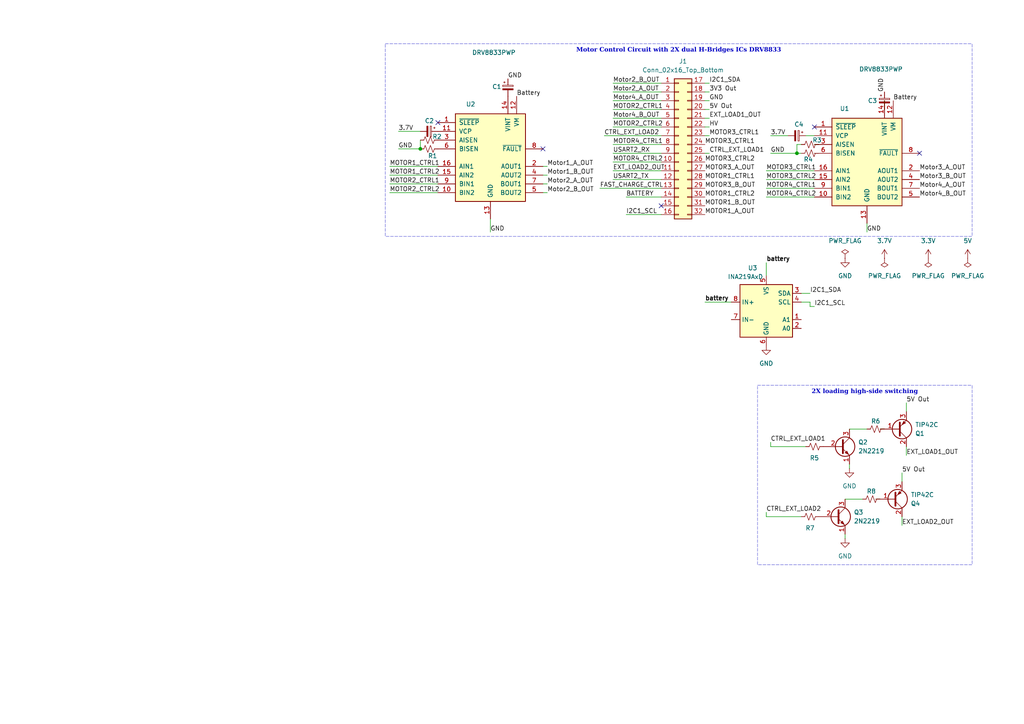
<source format=kicad_sch>
(kicad_sch (version 20231120) (generator "eeschema") (generator_version "8.0")
  (paper "A4")
  (title_block (title "Motor control and load switching ") (date "2025-03-22") (rev "R0") (company "University Of Cape Town") (comment 1 "Author: Rasekoai Mokose"))
  (lib_symbols
    (symbol "Connector_Generic:Conn_02x16_Top_Bottom" (pin_names (offset 1.016) hide)
      (property "Reference" "J" (at 1.27 20.32 0))
      (property "Value" "Conn_02x16_Top_Bottom" (at 1.27 -22.86 0))
      (symbol "Conn_02x16_Top_Bottom_1_1"
        (rectangle (start -1.27 -20.193) (end 0 -20.447) (stroke (width 0.1524)))
        (rectangle (start -1.27 -17.653) (end 0 -17.907) (stroke (width 0.1524)))
        (rectangle (start -1.27 -15.113) (end 0 -15.367) (stroke (width 0.1524)))
        (rectangle (start -1.27 -12.573) (end 0 -12.827) (stroke (width 0.1524)))
        (rectangle (start -1.27 -10.033) (end 0 -10.287) (stroke (width 0.1524)))
        (rectangle (start -1.27 -7.493) (end 0 -7.747) (stroke (width 0.1524)))
        (rectangle (start -1.27 -4.953) (end 0 -5.207) (stroke (width 0.1524)))
        (rectangle (start -1.27 -2.413) (end 0 -2.667) (stroke (width 0.1524)))
        (rectangle (start -1.27 0.127) (end 0 -0.127) (stroke (width 0.1524)))
        (rectangle (start -1.27 2.667) (end 0 2.413) (stroke (width 0.1524)))
        (rectangle (start -1.27 5.207) (end 0 4.953) (stroke (width 0.1524)))
        (rectangle (start -1.27 7.747) (end 0 7.493) (stroke (width 0.1524)))
        (rectangle (start -1.27 10.287) (end 0 10.033) (stroke (width 0.1524)))
        (rectangle (start -1.27 12.827) (end 0 12.573) (stroke (width 0.1524)))
        (rectangle (start -1.27 15.367) (end 0 15.113) (stroke (width 0.1524)))
        (rectangle (start -1.27 17.907) (end 0 17.653) (stroke (width 0.1524)))
        (rectangle (start -1.27 19.05) (end 3.81 -21.59) (stroke (width 0.254)) (fill (type background)))
        (rectangle (start 3.81 -20.193) (end 2.54 -20.447) (stroke (width 0.1524)))
        (rectangle (start 3.81 -17.653) (end 2.54 -17.907) (stroke (width 0.1524)))
        (rectangle (start 3.81 -15.113) (end 2.54 -15.367) (stroke (width 0.1524)))
        (rectangle (start 3.81 -12.573) (end 2.54 -12.827) (stroke (width 0.1524)))
        (rectangle (start 3.81 -10.033) (end 2.54 -10.287) (stroke (width 0.1524)))
        (rectangle (start 3.81 -7.493) (end 2.54 -7.747) (stroke (width 0.1524)))
        (rectangle (start 3.81 -4.953) (end 2.54 -5.207) (stroke (width 0.1524)))
        (rectangle (start 3.81 -2.413) (end 2.54 -2.667) (stroke (width 0.1524)))
        (rectangle (start 3.81 0.127) (end 2.54 -0.127) (stroke (width 0.1524)))
        (rectangle (start 3.81 2.667) (end 2.54 2.413) (stroke (width 0.1524)))
        (rectangle (start 3.81 5.207) (end 2.54 4.953) (stroke (width 0.1524)))
        (rectangle (start 3.81 7.747) (end 2.54 7.493) (stroke (width 0.1524)))
        (rectangle (start 3.81 10.287) (end 2.54 10.033) (stroke (width 0.1524)))
        (rectangle (start 3.81 12.827) (end 2.54 12.573) (stroke (width 0.1524)))
        (rectangle (start 3.81 15.367) (end 2.54 15.113) (stroke (width 0.1524)))
        (rectangle (start 3.81 17.907) (end 2.54 17.653) (stroke (width 0.1524)))
        (pin passive line (at -5.08 17.78 0) (length 3.81) (name "Pin_1") (number "1"))
        (pin passive line (at -5.08 -5.08 0) (length 3.81) (name "Pin_10") (number "10"))
        (pin passive line (at -5.08 -7.62 0) (length 3.81) (name "Pin_11") (number "11"))
        (pin passive line (at -5.08 -10.16 0) (length 3.81) (name "Pin_12") (number "12"))
        (pin passive line (at -5.08 -12.7 0) (length 3.81) (name "Pin_13") (number "13"))
        (pin passive line (at -5.08 -15.24 0) (length 3.81) (name "Pin_14") (number "14"))
        (pin passive line (at -5.08 -17.78 0) (length 3.81) (name "Pin_15") (number "15"))
        (pin passive line (at -5.08 -20.32 0) (length 3.81) (name "Pin_16") (number "16"))
        (pin passive line (at 7.62 17.78 180) (length 3.81) (name "Pin_17") (number "17"))
        (pin passive line (at 7.62 15.24 180) (length 3.81) (name "Pin_18") (number "18"))
        (pin passive line (at 7.62 12.7 180) (length 3.81) (name "Pin_19") (number "19"))
        (pin passive line (at -5.08 15.24 0) (length 3.81) (name "Pin_2") (number "2"))
        (pin passive line (at 7.62 10.16 180) (length 3.81) (name "Pin_20") (number "20"))
        (pin passive line (at 7.62 7.62 180) (length 3.81) (name "Pin_21") (number "21"))
        (pin passive line (at 7.62 5.08 180) (length 3.81) (name "Pin_22") (number "22"))
        (pin passive line (at 7.62 2.54 180) (length 3.81) (name "Pin_23") (number "23"))
        (pin passive line (at 7.62 0 180) (length 3.81) (name "Pin_24") (number "24"))
        (pin passive line (at 7.62 -2.54 180) (length 3.81) (name "Pin_25") (number "25"))
        (pin passive line (at 7.62 -5.08 180) (length 3.81) (name "Pin_26") (number "26"))
        (pin passive line (at 7.62 -7.62 180) (length 3.81) (name "Pin_27") (number "27"))
        (pin passive line (at 7.62 -10.16 180) (length 3.81) (name "Pin_28") (number "28"))
        (pin passive line (at 7.62 -12.7 180) (length 3.81) (name "Pin_29") (number "29"))
        (pin passive line (at -5.08 12.7 0) (length 3.81) (name "Pin_3") (number "3"))
        (pin passive line (at 7.62 -15.24 180) (length 3.81) (name "Pin_30") (number "30"))
        (pin passive line (at 7.62 -17.78 180) (length 3.81) (name "Pin_31") (number "31"))
        (pin passive line (at 7.62 -20.32 180) (length 3.81) (name "Pin_32") (number "32"))
        (pin passive line (at -5.08 10.16 0) (length 3.81) (name "Pin_4") (number "4"))
        (pin passive line (at -5.08 7.62 0) (length 3.81) (name "Pin_5") (number "5"))
        (pin passive line (at -5.08 5.08 0) (length 3.81) (name "Pin_6") (number "6"))
        (pin passive line (at -5.08 2.54 0) (length 3.81) (name "Pin_7") (number "7"))
        (pin passive line (at -5.08 0 0) (length 3.81) (name "Pin_8") (number "8"))
        (pin passive line (at -5.08 -2.54 0) (length 3.81) (name "Pin_9") (number "9"))
      )
    )
    (symbol "Device:C_Polarized_Small" (pin_numbers hide) (pin_names (offset 0.254) hide)
      (property "Reference" "C" (at 0.254 1.778 0))
      (property "Value" "C_Polarized_Small" (at 0.254 -2.032 0))
      (symbol "C_Polarized_Small_0_1"
        (rectangle (start -1.524 -0.3048) (end 1.524 -0.6858) (fill (type outline)))
        (rectangle (start -1.524 0.6858) (end 1.524 0.3048))
        (polyline (pts (xy -1.27 1.524) (xy -0.762 1.524)))
        (polyline (pts (xy -1.016 1.27) (xy -1.016 1.778)))
      )
      (symbol "C_Polarized_Small_1_1"
        (pin passive line (at 0 2.54 270) (length 1.8542) (name "~") (number "1"))
        (pin passive line (at 0 -2.54 90) (length 1.8542) (name "~") (number "2"))
      )
    )
    (symbol "Device:R_Small_US" (pin_numbers hide) (pin_names (offset 0.254) hide)
      (property "Reference" "R" (at 0.762 0.508 0))
      (property "Value" "R_Small_US" (at 0.762 -1.016 0))
      (symbol "R_Small_US_1_1"
        (polyline (pts (xy 0 0) (xy 1.016 -0.381) (xy 0 -0.762) (xy -1.016 -1.143) (xy 0 -1.524)))
        (polyline (pts (xy 0 1.524) (xy 1.016 1.143) (xy 0 0.762) (xy -1.016 0.381) (xy 0 0)))
        (pin passive line (at 0 2.54 270) (length 1.016) (name "~") (number "1"))
        (pin passive line (at 0 -2.54 90) (length 1.016) (name "~") (number "2"))
      )
    )
    (symbol "Driver_Motor:DRV8833PWP" (pin_names (offset 1.016))
      (property "Reference" "U" (at -3.81 16.51 0))
      (property "Value" "DRV8833PWP" (at -3.81 13.97 0))
      (symbol "DRV8833PWP_0_1"
        (rectangle (start -10.16 12.7) (end 10.16 -12.7) (stroke (width 0.254)) (fill (type background)))
      )
      (symbol "DRV8833PWP_1_1"
        (pin input line (at -15.24 10.16 0) (length 5.08) (name "~{SLEEP}") (number "1"))
        (pin input line (at -15.24 -10.16 0) (length 5.08) (name "BIN2") (number "10"))
        (pin bidirectional line (at -15.24 7.62 0) (length 5.08) (name "VCP") (number "11"))
        (pin power_in line (at 7.62 17.78 270) (length 5.08) (name "VM") (number "12"))
        (pin power_in line (at 0 -17.78 90) (length 5.08) (name "GND") (number "13"))
        (pin power_in line (at 5.08 17.78 270) (length 5.08) (name "VINT") (number "14"))
        (pin input line (at -15.24 -5.08 0) (length 5.08) (name "AIN2") (number "15"))
        (pin input line (at -15.24 -2.54 0) (length 5.08) (name "AIN1") (number "16"))
        (pin passive line (at 0 -17.78 90) (length 5.08) hide (name "GND") (number "17"))
        (pin power_out line (at 15.24 -2.54 180) (length 5.08) (name "AOUT1") (number "2"))
        (pin bidirectional line (at -15.24 5.08 0) (length 5.08) (name "AISEN") (number "3"))
        (pin power_out line (at 15.24 -5.08 180) (length 5.08) (name "AOUT2") (number "4"))
        (pin power_out line (at 15.24 -10.16 180) (length 5.08) (name "BOUT2") (number "5"))
        (pin bidirectional line (at -15.24 2.54 0) (length 5.08) (name "BISEN") (number "6"))
        (pin power_out line (at 15.24 -7.62 180) (length 5.08) (name "BOUT1") (number "7"))
        (pin open_collector line (at 15.24 2.54 180) (length 5.08) (name "~{FAULT}") (number "8"))
        (pin input line (at -15.24 -7.62 0) (length 5.08) (name "BIN1") (number "9"))
      )
    )
    (symbol "Sensor_Energy:INA219AxD"
      (property "Reference" "U" (at -6.35 8.89 0))
      (property "Value" "INA219AxD" (at 5.08 8.89 0))
      (symbol "INA219AxD_0_1"
        (rectangle (start -7.62 7.62) (end 7.62 -7.62) (stroke (width 0.254)) (fill (type background)))
      )
      (symbol "INA219AxD_1_1"
        (pin input line (at 10.16 -2.54 180) (length 2.54) (name "A1") (number "1"))
        (pin input line (at 10.16 -5.08 180) (length 2.54) (name "A0") (number "2"))
        (pin bidirectional line (at 10.16 5.08 180) (length 2.54) (name "SDA") (number "3"))
        (pin input line (at 10.16 2.54 180) (length 2.54) (name "SCL") (number "4"))
        (pin power_in line (at 0 10.16 270) (length 2.54) (name "VS") (number "5"))
        (pin power_in line (at 0 -10.16 90) (length 2.54) (name "GND") (number "6"))
        (pin input line (at -10.16 -2.54 0) (length 2.54) (name "IN-") (number "7"))
        (pin input line (at -10.16 2.54 0) (length 2.54) (name "IN+") (number "8"))
      )
    )
    (symbol "Transistor_BJT:2N2219" (pin_names (offset 0) hide)
      (property "Reference" "Q" (at 5.08 1.905 0))
      (property "Value" "2N2219" (at 5.08 0 0))
      (symbol "2N2219_0_1"
        (polyline (pts (xy 0.635 0.635) (xy 2.54 2.54)))
        (polyline (pts (xy 0.635 -0.635) (xy 2.54 -2.54) (xy 2.54 -2.54)))
        (polyline (pts (xy 0.635 1.905) (xy 0.635 -1.905) (xy 0.635 -1.905)) (stroke (width 0.508)))
        (polyline (pts (xy 1.27 -1.778) (xy 1.778 -1.27) (xy 2.286 -2.286) (xy 1.27 -1.778) (xy 1.27 -1.778)) (fill (type outline)))
        (circle (center 1.27 0) (radius 2.8194) (stroke (width 0.254)))
      )
      (symbol "2N2219_1_1"
        (pin passive line (at 2.54 -5.08 90) (length 2.54) (name "E") (number "1"))
        (pin passive line (at -5.08 0 0) (length 5.715) (name "B") (number "2"))
        (pin passive line (at 2.54 5.08 270) (length 2.54) (name "C") (number "3"))
      )
    )
    (symbol "Transistor_BJT:TIP42C" (pin_names (offset 0) hide)
      (property "Reference" "Q" (at 6.35 1.905 0))
      (property "Value" "TIP42C" (at 6.35 0 0))
      (symbol "TIP42C_0_1"
        (polyline (pts (xy 0.635 0.635) (xy 2.54 2.54)))
        (polyline (pts (xy 0.635 -0.635) (xy 2.54 -2.54) (xy 2.54 -2.54)))
        (polyline (pts (xy 0.635 1.905) (xy 0.635 -1.905) (xy 0.635 -1.905)) (stroke (width 0.508)))
        (polyline (pts (xy 2.286 -1.778) (xy 1.778 -2.286) (xy 1.27 -1.27) (xy 2.286 -1.778) (xy 2.286 -1.778)) (fill (type outline)))
        (circle (center 1.27 0) (radius 2.8194) (stroke (width 0.254)))
      )
      (symbol "TIP42C_1_1"
        (pin input line (at -5.08 0 0) (length 5.715) (name "B") (number "1"))
        (pin passive line (at 2.54 5.08 270) (length 2.54) (name "C") (number "2"))
        (pin passive line (at 2.54 -5.08 90) (length 2.54) (name "E") (number "3"))
      )
    )
    (symbol "power:GND" (power) (pin_numbers hide) (pin_names (offset 0) hide)
      (property "Value" "GND" (at 0 -3.81 0))
      (symbol "GND_0_1"
        (polyline (pts (xy 0 0) (xy 0 -1.27) (xy 1.27 -1.27) (xy 0 -2.54) (xy -1.27 -1.27) (xy 0 -1.27)))
      )
      (symbol "GND_1_1"
        (pin power_in line (at 0 0 270) (length 0) (name "~") (number "1"))
      )
    )
    (symbol "power:PWR_FLAG" (power) (pin_numbers hide) (pin_names (offset 0) hide)
      (property "Value" "PWR_FLAG" (at 0 3.81 0))
      (symbol "PWR_FLAG_0_0"
        (pin power_out line (at 0 0 90) (length 0) (name "~") (number "1"))
      )
      (symbol "PWR_FLAG_0_1"
        (polyline (pts (xy 0 0) (xy 0 1.27) (xy -1.016 1.905) (xy 0 2.54) (xy 1.016 1.905) (xy 0 1.27)))
      )
    )
    (symbol "power:VCC" (power) (pin_numbers hide) (pin_names (offset 0) hide)
      (property "Value" "VCC" (at 0 3.556 0))
      (symbol "VCC_0_1"
        (polyline (pts (xy -0.762 1.27) (xy 0 2.54)))
        (polyline (pts (xy 0 0) (xy 0 2.54)))
        (polyline (pts (xy 0 2.54) (xy 0.762 1.27)))
      )
      (symbol "VCC_1_1"
        (pin power_in line (at 0 0 90) (length 0) (name "~") (number "1"))
      )
    )
  )
  (junction (at 231.14 44.45))
  (junction (at 121.92 43.18))
  (no_connect (at 157.48 43.18))
  (no_connect (at 191.77 59.69))
  (no_connect (at 127 35.56))
  (no_connect (at 236.22 36.83))
  (no_connect (at 266.7 44.45))
  (wire (pts (xy 262.89 116.84) (xy 262.89 119.38)))
  (wire (pts (xy 262.89 132.08) (xy 262.89 129.54)))
  (wire (pts (xy 115.57 43.18) (xy 121.92 43.18)))
  (wire (pts (xy 234.95 88.9) (xy 234.95 87.63)))
  (wire (pts (xy 177.8 49.53) (xy 191.77 49.53)))
  (wire (pts (xy 205.74 26.67) (xy 204.47 26.67)))
  (wire (pts (xy 181.61 57.15) (xy 191.77 57.15)))
  (wire (pts (xy 233.68 39.37) (xy 236.22 39.37)))
  (wire (pts (xy 222.25 148.59) (xy 222.25 149.86)))
  (wire (pts (xy 177.8 44.45) (xy 191.77 44.45)))
  (wire (pts (xy 177.8 31.75) (xy 191.77 31.75)))
  (wire (pts (xy 177.8 24.13) (xy 191.77 24.13)))
  (wire (pts (xy 113.03 48.26) (xy 127 48.26)))
  (wire (pts (xy 222.25 52.07) (xy 236.22 52.07)))
  (wire (pts (xy 177.8 41.91) (xy 191.77 41.91)))
  (wire (pts (xy 173.99 54.61) (xy 191.77 54.61)))
  (wire (pts (xy 223.52 39.37) (xy 228.6 39.37)))
  (wire (pts (xy 175.26 39.37) (xy 191.77 39.37)))
  (wire (pts (xy 232.41 44.45) (xy 231.14 44.45)))
  (wire (pts (xy 113.03 53.34) (xy 127 53.34)))
  (wire (pts (xy 158.75 48.26) (xy 157.48 48.26)))
  (wire (pts (xy 115.57 38.1) (xy 121.92 38.1)))
  (wire (pts (xy 231.14 41.91) (xy 231.14 44.45)))
  (wire (pts (xy 222.25 76.2) (xy 222.25 80.01)))
  (wire (pts (xy 205.74 39.37) (xy 204.47 39.37)))
  (wire (pts (xy 177.8 46.99) (xy 191.77 46.99)))
  (wire (pts (xy 251.46 67.31) (xy 251.46 64.77)))
  (wire (pts (xy 246.38 135.89) (xy 246.38 134.62)))
  (wire (pts (xy 236.22 88.9) (xy 234.95 88.9)))
  (wire (pts (xy 142.24 63.5) (xy 142.24 67.31)))
  (wire (pts (xy 177.8 52.07) (xy 191.77 52.07)))
  (wire (pts (xy 177.8 34.29) (xy 191.77 34.29)))
  (wire (pts (xy 245.11 156.21) (xy 245.11 154.94)))
  (wire (pts (xy 245.11 144.78) (xy 250.19 144.78)))
  (wire (pts (xy 256.54 31.75) (xy 256.54 29.21)))
  (wire (pts (xy 205.74 36.83) (xy 204.47 36.83)))
  (wire (pts (xy 204.47 87.63) (xy 212.09 87.63)))
  (wire (pts (xy 158.75 53.34) (xy 157.48 53.34)))
  (wire (pts (xy 121.92 40.64) (xy 121.92 43.18)))
  (wire (pts (xy 113.03 50.8) (xy 127 50.8)))
  (wire (pts (xy 222.25 57.15) (xy 236.22 57.15)))
  (wire (pts (xy 205.74 29.21) (xy 204.47 29.21)))
  (wire (pts (xy 222.25 149.86) (xy 232.41 149.86)))
  (wire (pts (xy 177.8 26.67) (xy 191.77 26.67)))
  (wire (pts (xy 237.49 41.91) (xy 236.22 41.91)))
  (wire (pts (xy 261.62 137.16) (xy 261.62 139.7)))
  (wire (pts (xy 113.03 55.88) (xy 127 55.88)))
  (wire (pts (xy 232.41 41.91) (xy 231.14 41.91)))
  (wire (pts (xy 237.49 44.45) (xy 236.22 44.45)))
  (wire (pts (xy 205.74 44.45) (xy 204.47 44.45)))
  (wire (pts (xy 223.52 128.27) (xy 223.52 129.54)))
  (wire (pts (xy 158.75 55.88) (xy 157.48 55.88)))
  (wire (pts (xy 223.52 44.45) (xy 231.14 44.45)))
  (wire (pts (xy 205.74 31.75) (xy 204.47 31.75)))
  (wire (pts (xy 181.61 62.23) (xy 191.77 62.23)))
  (wire (pts (xy 223.52 129.54) (xy 233.68 129.54)))
  (wire (pts (xy 246.38 124.46) (xy 251.46 124.46)))
  (wire (pts (xy 158.75 50.8) (xy 157.48 50.8)))
  (wire (pts (xy 222.25 54.61) (xy 236.22 54.61)))
  (wire (pts (xy 261.62 152.4) (xy 261.62 149.86)))
  (wire (pts (xy 205.74 24.13) (xy 204.47 24.13)))
  (wire (pts (xy 254 144.78) (xy 255.27 144.78)))
  (wire (pts (xy 177.8 29.21) (xy 191.77 29.21)))
  (wire (pts (xy 177.8 36.83) (xy 191.77 36.83)))
  (wire (pts (xy 205.74 34.29) (xy 204.47 34.29)))
  (wire (pts (xy 234.95 87.63) (xy 232.41 87.63)))
  (wire (pts (xy 255.27 124.46) (xy 256.54 124.46)))
  (wire (pts (xy 222.25 49.53) (xy 236.22 49.53)))
  (wire (pts (xy 234.95 85.09) (xy 232.41 85.09)))
  (text_box "Motor Control Circuit with 2X dual H-Bridges ICs DRV8833" (at 111.76 12.7 0) (size 170.18 55.88) (stroke (width 0.0508) (type dash)) (effects (font (size 1.27 1.27) (bold yes)) (justify top)))
  (text_box "2X loading high-side switching " (at 219.71 111.76 0) (size 62.23 52.07) (stroke (width 0.0508) (type dash)) (effects (font (size 1.27 1.27) (thickness 0.254) (bold yes)) (justify top)))
  (label "Motor1_B_OUT" (at 158.75 50.8 0))
  (label "MOTOR3_CTRL1" (at 204.47 41.91 0))
  (label "MOTOR2_CTRL1" (at 177.8 31.75 0))
  (label "MOTOR3_CTRL1" (at 222.25 49.53 0))
  (label "5V Out" (at 205.74 31.75 0))
  (label "3V3 Out" (at 205.74 26.67 0))
  (label "CTRL_EXT_LOAD1" (at 205.74 44.45 0))
  (label "GND" (at 142.24 67.31 0))
  (label "Motor4_A_OUT" (at 266.7 54.61 0))
  (label "MOTOR2_CTRL1" (at 113.03 53.34 0))
  (label "MOTOR1_B_OUT" (at 204.47 59.69 0))
  (label "MOTOR3_CTRL1" (at 205.74 39.37 0))
  (label "EXT_LOAD2_OUT" (at 261.62 152.4 0))
  (label "3.7V" (at 223.52 39.37 0))
  (label "GND" (at 205.74 29.21 0))
  (label "Motor2_A_OUT" (at 177.8 26.67 0))
  (label "Motor2_B_OUT" (at 177.8 24.13 0))
  (label "MOTOR4_CTRL2" (at 177.8 46.99 0))
  (label "Battery" (at 259.08 29.21 0))
  (label "MOTOR3_CTRL2" (at 222.25 52.07 0))
  (label "GND" (at 251.46 67.31 0))
  (label "Motor4_A_OUT" (at 177.8 29.21 0))
  (label "CTRL_EXT_LOAD1" (at 223.52 128.27 0))
  (label "MOTOR2_CTRL2" (at 113.03 55.88 0))
  (label "MOTOR3_B_OUT" (at 204.47 54.61 0))
  (label "5V Out" (at 261.62 137.16 0))
  (label "EXT_LOAD1_OUT" (at 205.74 34.29 0))
  (label "EXT_LOAD1_OUT" (at 262.89 132.08 0))
  (label "HV" (at 205.74 36.83 0))
  (label "BATTERY" (at 181.61 57.15 0))
  (label "Motor3_A_OUT" (at 266.7 49.53 0))
  (label "battery" (at 204.47 87.63 0) (effects (font (bold yes))))
  (label "Motor1_A_OUT" (at 158.75 48.26 0))
  (label "MOTOR3_CTRL2" (at 204.47 46.99 0))
  (label "MOTOR1_A_OUT" (at 204.47 62.23 0))
  (label "GND" (at 115.57 43.18 0))
  (label "Motor4_B_OUT" (at 266.7 57.15 0))
  (label "I2C1_SDA" (at 205.74 24.13 0))
  (label "USART2_TX" (at 177.8 52.07 0))
  (label "I2C1_SCL" (at 181.61 62.23 0))
  (label "FAST_CHARGE_CTRL" (at 173.99 54.61 0))
  (label "I2C1_SDA" (at 234.95 85.09 0))
  (label "Battery" (at 149.86 27.94 0))
  (label "Motor4_B_OUT" (at 177.8 34.29 0))
  (label "CTRL_EXT_LOAD2" (at 175.26 39.37 0))
  (label "MOTOR1_CTRL1" (at 113.03 48.26 0))
  (label "Motor2_B_OUT" (at 158.75 55.88 0))
  (label "MOTOR1_CTRL2" (at 113.03 50.8 0))
  (label "Motor2_A_OUT" (at 158.75 53.34 0))
  (label "GND" (at 256.54 26.67 90))
  (label "MOTOR4_CTRL1" (at 222.25 54.61 0))
  (label "MOTOR4_CTRL2" (at 222.25 57.15 0))
  (label "USART2_RX" (at 177.8 44.45 0))
  (label "EXT_LOAD2_OUT" (at 177.8 49.53 0))
  (label "GND" (at 147.32 22.86 0))
  (label "3.7V" (at 115.57 38.1 0))
  (label "MOTOR4_CTRL1" (at 177.8 41.91 0))
  (label "battery" (at 222.25 76.2 0) (effects (font (bold yes))))
  (label "Motor3_B_OUT" (at 266.7 52.07 0))
  (label "GND" (at 223.52 44.45 0))
  (label "I2C1_SCL" (at 236.22 88.9 0))
  (label "MOTOR1_CTRL1" (at 204.47 52.07 0))
  (label "5V Out" (at 262.89 116.84 0))
  (label "MOTOR1_CTRL2" (at 204.47 57.15 0))
  (label "MOTOR2_CTRL2" (at 177.8 36.83 0))
  (label "CTRL_EXT_LOAD2" (at 222.25 148.59 0))
  (label "MOTOR3_A_OUT" (at 204.47 49.53 0))
  (symbol (lib_id "Device:R_Small_US") (at 234.95 44.45 90) (unit 1)
    (property "Reference" "R4" (at 234.442 46.228 90))
    (property "Value" "R_Small_US" (effects (hide yes)))
    (property "Description" "Resistor, small US symbol" (effects (hide yes)))
  )
  (symbol (lib_id "power:VCC") (at 280.67 74.93 0) (unit 1)
    (property "Reference" "#PWR04" (effects (hide yes)))
    (property "Value" "5V" (at 280.67 69.85 0))
    (property "Description" "Power symbol creates a global label with name \"VCC\"" (effects (hide yes)))
  )
  (symbol (lib_id "power:GND") (at 245.11 74.93 0) (unit 1)
    (property "Reference" "#PWR01" (effects (hide yes)))
    (property "Value" "GND" (at 245.11 80.01 0))
    (property "Description" "Power symbol creates a global label with name \"GND\" , ground" (effects (hide yes)))
  )
  (symbol (lib_id "Driver_Motor:DRV8833PWP") (at 251.46 46.99 0) (unit 1)
    (property "Reference" "U1" (at 243.586 31.496 0) (effects (justify left)))
    (property "Value" "DRV8833PWP" (at 249.174 20.066 0) (effects (justify left)))
    (property "Footprint" "Package_SO:HTSSOP-16-1EP_4.4x5mm_P0.65mm_EP3.4x5mm_Mask2.46x2.31mm_ThermalVias" (effects (hide yes)))
    (property "Datasheet" "http://www.ti.com/lit/ds/symlink/drv8833.pdf" (effects (hide yes)))
    (property "Description" "Dual H-Bridge Motor Driver, HTSSOP-16" (effects (hide yes)))
  )
  (symbol (lib_id "Sensor_Energy:INA219AxD") (at 222.25 90.17 0) (unit 1)
    (property "Reference" "U3" (at 216.916 77.724 0) (effects (justify left)))
    (property "Value" "INA219AxD" (at 211.074 80.264 0) (effects (justify left)))
    (property "Footprint" "Package_SO:SOIC-8_3.9x4.9mm_P1.27mm" (effects (hide yes)))
    (property "Datasheet" "http://www.ti.com/lit/ds/symlink/ina219.pdf" (effects (hide yes)))
    (property "Description" "Zero-Drift, Bidirectional Current/Power Monitor (0-26V) With I2C Interface, SOIC-8" (effects (hide yes)))
  )
  (symbol (lib_id "Device:C_Polarized_Small") (at 256.54 29.21 0) (unit 1)
    (property "Reference" "C3" (at 251.714 29.21 0) (effects (justify left)))
    (property "Value" "C_Polarized_Small" (effects (hide yes)))
    (property "Description" "Polarized capacitor, small symbol" (effects (hide yes)))
  )
  (symbol (lib_id "power:GND") (at 245.11 156.21 0) (unit 1)
    (property "Reference" "#PWR06" (effects (hide yes)))
    (property "Value" "GND" (at 245.11 161.29 0))
    (property "Description" "Power symbol creates a global label with name \"GND\" , ground" (effects (hide yes)))
  )
  (symbol (lib_id "Device:R_Small_US") (at 252.73 144.78 90) (unit 1)
    (property "Reference" "R8" (at 252.73 142.494 90))
    (property "Value" "R_Small_US" (effects (hide yes)))
    (property "Description" "Resistor, small US symbol" (effects (hide yes)))
  )
  (symbol (lib_id "Device:C_Polarized_Small") (at 231.14 39.37 270) (unit 1)
    (property "Reference" "C4" (at 230.378 36.068 90) (effects (justify left)))
    (property "Value" "C_Polarized_Small" (effects (hide yes)))
    (property "Description" "Polarized capacitor, small symbol" (effects (hide yes)))
  )
  (symbol (lib_id "Device:C_Polarized_Small") (at 124.46 38.1 270) (unit 1)
    (property "Reference" "C2" (at 123.19 35.052 90) (effects (justify left)))
    (property "Value" "C_Polarized_Small" (effects (hide yes)))
    (property "Description" "Polarized capacitor, small symbol" (effects (hide yes)))
  )
  (symbol (lib_id "power:VCC") (at 256.54 74.93 0) (unit 1)
    (property "Reference" "#PWR02" (effects (hide yes)))
    (property "Value" "3.7V" (at 256.54 69.85 0))
    (property "Description" "Power symbol creates a global label with name \"VCC\"" (effects (hide yes)))
  )
  (symbol (lib_id "power:PWR_FLAG") (at 256.54 74.93 180) (unit 1)
    (property "Reference" "#FLG02" (effects (hide yes)))
    (property "Value" "PWR_FLAG" (at 256.54 80.01 0))
    (property "Description" "Special symbol for telling ERC where power comes from" (effects (hide yes)))
  )
  (symbol (lib_id "Device:R_Small_US") (at 234.95 41.91 90) (unit 1)
    (property "Reference" "R3" (at 236.982 40.64 90))
    (property "Value" "R2" (effects (hide yes)))
    (property "Description" "Resistor, small US symbol" (effects (hide yes)))
  )
  (symbol (lib_id "power:VCC") (at 269.24 74.93 0) (unit 1)
    (property "Reference" "#PWR03" (effects (hide yes)))
    (property "Value" "3.3V" (at 269.24 69.85 0))
    (property "Description" "Power symbol creates a global label with name \"VCC\"" (effects (hide yes)))
  )
  (symbol (lib_id "Connector_Generic:Conn_02x16_Top_Bottom") (at 196.85 41.91 0) (unit 1)
    (property "Reference" "J1" (at 198.12 17.78 0))
    (property "Value" "Conn_02x16_Top_Bottom" (at 198.12 20.32 0))
    (property "Description" "Generic connector, double row, 02x16, top/bottom pin numbering scheme (row 1: 1...pins_per_row, row2: pins_per_row+1 ... num_pins), script generated (kicad-library-utils/schlib/autogen/connector/)" (effects (hide yes)))
  )
  (symbol (lib_id "power:PWR_FLAG") (at 245.11 74.93 0) (unit 1)
    (property "Reference" "#FLG01" (effects (hide yes)))
    (property "Value" "PWR_FLAG" (at 245.11 69.85 0))
    (property "Description" "Special symbol for telling ERC where power comes from" (effects (hide yes)))
  )
  (symbol (lib_id "Device:R_Small_US") (at 234.95 149.86 90) (unit 1)
    (property "Reference" "R7" (at 234.95 153.162 90))
    (property "Value" "R_Small_US" (effects (hide yes)))
    (property "Description" "Resistor, small US symbol" (effects (hide yes)))
  )
  (symbol (lib_id "Device:R_Small_US") (at 124.46 43.18 90) (unit 1)
    (property "Reference" "R1" (at 125.476 45.212 90))
    (property "Value" "R_Small_US" (effects (hide yes)))
    (property "Description" "Resistor, small US symbol" (effects (hide yes)))
  )
  (symbol (lib_id "power:GND") (at 246.38 135.89 0) (unit 1)
    (property "Reference" "#PWR05" (effects (hide yes)))
    (property "Value" "GND" (at 246.38 140.97 0))
    (property "Description" "Power symbol creates a global label with name \"GND\" , ground" (effects (hide yes)))
  )
  (symbol (lib_id "Transistor_BJT:TIP42C") (at 260.35 124.46 0) (mirror x) (unit 1)
    (property "Reference" "Q1" (at 265.43 125.7301 0) (effects (justify left)))
    (property "Value" "TIP42C" (at 265.43 123.1901 0) (effects (justify left)))
    (property "Footprint" "Package_TO_SOT_THT:TO-220-3_Vertical" (effects (hide yes)))
    (property "Datasheet" "https://www.centralsemi.com/get_document.php?cmp=1&mergetype=pd&mergepath=pd&pdf_id=TIP42.PDF" (effects (hide yes)))
    (property "Description" "-6A Ic, -100V Vce, Power PNP Transistor, TO-220" (effects (hide yes)))
  )
  (symbol (lib_id "Device:R_Small_US") (at 254 124.46 90) (unit 1)
    (property "Reference" "R6" (at 254 122.174 90))
    (property "Value" "R_Small_US" (effects (hide yes)))
    (property "Description" "Resistor, small US symbol" (effects (hide yes)))
  )
  (symbol (lib_id "Driver_Motor:DRV8833PWP") (at 142.24 45.72 0) (unit 1)
    (property "Reference" "U2" (at 135.128 30.226 0) (effects (justify left)))
    (property "Value" "DRV8833PWP" (at 136.906 15.24 0) (effects (justify left)))
    (property "Footprint" "Package_SO:HTSSOP-16-1EP_4.4x5mm_P0.65mm_EP3.4x5mm_Mask2.46x2.31mm_ThermalVias" (effects (hide yes)))
    (property "Datasheet" "http://www.ti.com/lit/ds/symlink/drv8833.pdf" (effects (hide yes)))
    (property "Description" "Dual H-Bridge Motor Driver, HTSSOP-16" (effects (hide yes)))
  )
  (symbol (lib_id "power:PWR_FLAG") (at 269.24 74.93 180) (unit 1)
    (property "Reference" "#FLG03" (effects (hide yes)))
    (property "Value" "PWR_FLAG" (at 269.24 80.01 0))
    (property "Description" "Special symbol for telling ERC where power comes from" (effects (hide yes)))
  )
  (symbol (lib_id "Device:C_Polarized_Small") (at 147.32 25.4 0) (unit 1)
    (property "Reference" "C1" (at 142.748 25.146 0) (effects (justify left)))
    (property "Value" "C_Polarized_Small" (effects (hide yes)))
    (property "Description" "Polarized capacitor, small symbol" (effects (hide yes)))
  )
  (symbol (lib_id "Device:R_Small_US") (at 236.22 129.54 90) (unit 1)
    (property "Reference" "R5" (at 236.22 132.842 90))
    (property "Value" "R_Small_US" (effects (hide yes)))
    (property "Description" "Resistor, small US symbol" (effects (hide yes)))
  )
  (symbol (lib_id "Device:R_Small_US") (at 124.46 40.64 90) (unit 1)
    (property "Reference" "R2" (at 126.746 39.624 90))
    (property "Value" "R_Small_US" (effects (hide yes)))
    (property "Description" "Resistor, small US symbol" (effects (hide yes)))
  )
  (symbol (lib_id "power:PWR_FLAG") (at 280.67 74.93 180) (unit 1)
    (property "Reference" "#FLG04" (effects (hide yes)))
    (property "Value" "PWR_FLAG" (at 280.67 80.01 0))
    (property "Description" "Special symbol for telling ERC where power comes from" (effects (hide yes)))
  )
  (symbol (lib_id "Transistor_BJT:2N2219") (at 243.84 129.54 0) (unit 1)
    (property "Reference" "Q2" (at 248.92 128.2699 0) (effects (justify left)))
    (property "Value" "2N2219" (at 248.92 130.8099 0) (effects (justify left)))
    (property "Footprint" "Package_TO_SOT_THT:TO-39-3" (effects (hide yes)))
    (property "Datasheet" "http://www.onsemi.com/pub_link/Collateral/2N2219-D.PDF" (effects (hide yes)))
    (property "Description" "800mA Ic, 50V Vce, NPN Transistor, TO-39" (effects (hide yes)))
  )
  (symbol (lib_id "power:GND") (at 222.25 100.33 0) (unit 1)
    (property "Reference" "#PWR07" (effects (hide yes)))
    (property "Value" "GND" (at 222.25 105.41 0))
    (property "Description" "Power symbol creates a global label with name \"GND\" , ground" (effects (hide yes)))
  )
  (symbol (lib_id "Transistor_BJT:2N2219") (at 242.57 149.86 0) (unit 1)
    (property "Reference" "Q3" (at 247.65 148.5899 0) (effects (justify left)))
    (property "Value" "2N2219" (at 247.65 151.1299 0) (effects (justify left)))
    (property "Footprint" "Package_TO_SOT_THT:TO-39-3" (effects (hide yes)))
    (property "Datasheet" "http://www.onsemi.com/pub_link/Collateral/2N2219-D.PDF" (effects (hide yes)))
    (property "Description" "800mA Ic, 50V Vce, NPN Transistor, TO-39" (effects (hide yes)))
  )
  (symbol (lib_id "Transistor_BJT:TIP42C") (at 259.08 144.78 0) (mirror x) (unit 1)
    (property "Reference" "Q4" (at 264.16 146.0501 0) (effects (justify left)))
    (property "Value" "TIP42C" (at 264.16 143.5101 0) (effects (justify left)))
    (property "Footprint" "Package_TO_SOT_THT:TO-220-3_Vertical" (effects (hide yes)))
    (property "Datasheet" "https://www.centralsemi.com/get_document.php?cmp=1&mergetype=pd&mergepath=pd&pdf_id=TIP42.PDF" (effects (hide yes)))
    (property "Description" "-6A Ic, -100V Vce, Power PNP Transistor, TO-220" (effects (hide yes)))
  )
)
</source>
